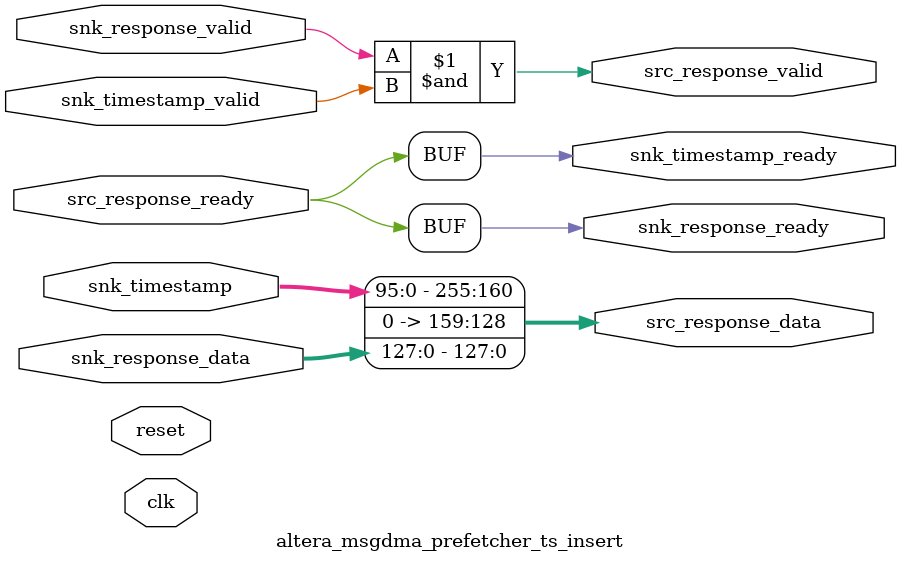
<source format=v>
module altera_msgdma_prefetcher_ts_insert (
	clk,
	reset,
	
	snk_response_data,
	snk_response_valid,
	snk_response_ready,

	snk_timestamp_valid,
	snk_timestamp_ready,
	snk_timestamp,
	
	src_response_data,
	src_response_valid,
	src_response_ready	
	
);

	input 						clk;
	input 						reset;
  
	input	wire				snk_response_valid;
	output 	wire				snk_response_ready;
	input	wire 	[255:0]		snk_response_data;
	
	input	wire				snk_timestamp_valid;
	output 	wire				snk_timestamp_ready;
	input	wire	[95:0]		snk_timestamp;	

	output	wire 	[255:0]		src_response_data;
	output	wire				src_response_valid;
	input 	wire				src_response_ready;

	
	assign src_response_data[159:0] = snk_response_data[127:0];
	assign src_response_data[255:160] = snk_timestamp[95:0];
	
	assign snk_response_ready = src_response_ready;
	assign snk_timestamp_ready = src_response_ready;
	
	assign src_response_valid = snk_response_valid & snk_timestamp_valid;

endmodule
</source>
